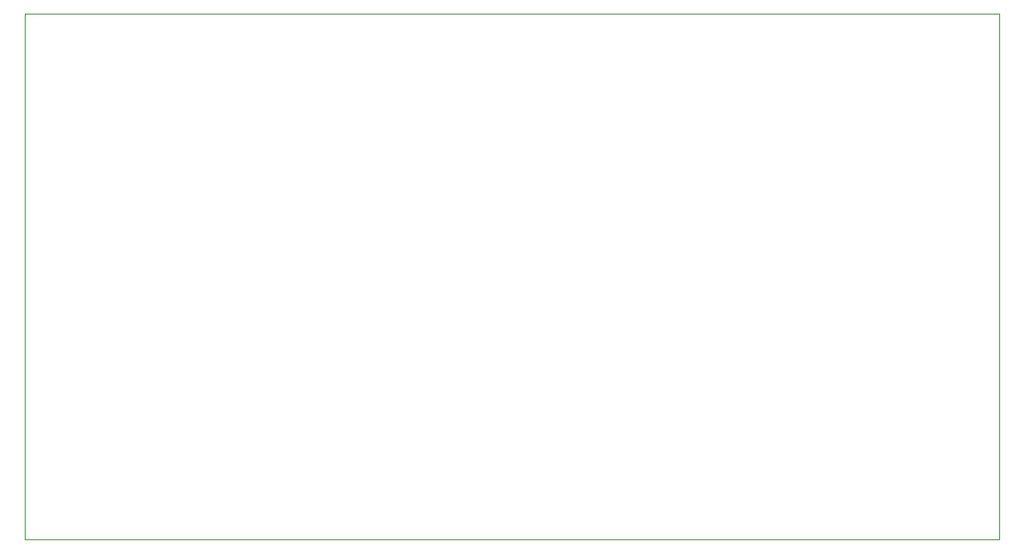
<source format=gbr>
%TF.GenerationSoftware,KiCad,Pcbnew,(6.0.11)*%
%TF.CreationDate,2024-01-05T21:44:53+00:00*%
%TF.ProjectId,LED-RESISTOR-TESTER,4c45442d-5245-4534-9953-544f522d5445,rev?*%
%TF.SameCoordinates,Original*%
%TF.FileFunction,Profile,NP*%
%FSLAX46Y46*%
G04 Gerber Fmt 4.6, Leading zero omitted, Abs format (unit mm)*
G04 Created by KiCad (PCBNEW (6.0.11)) date 2024-01-05 21:44:53*
%MOMM*%
%LPD*%
G01*
G04 APERTURE LIST*
%TA.AperFunction,Profile*%
%ADD10C,0.100000*%
%TD*%
G04 APERTURE END LIST*
D10*
X108320000Y-56175000D02*
X204800000Y-56175000D01*
X204800000Y-56175000D02*
X204800000Y-108305000D01*
X204800000Y-108305000D02*
X108320000Y-108305000D01*
X108320000Y-108305000D02*
X108320000Y-56175000D01*
M02*

</source>
